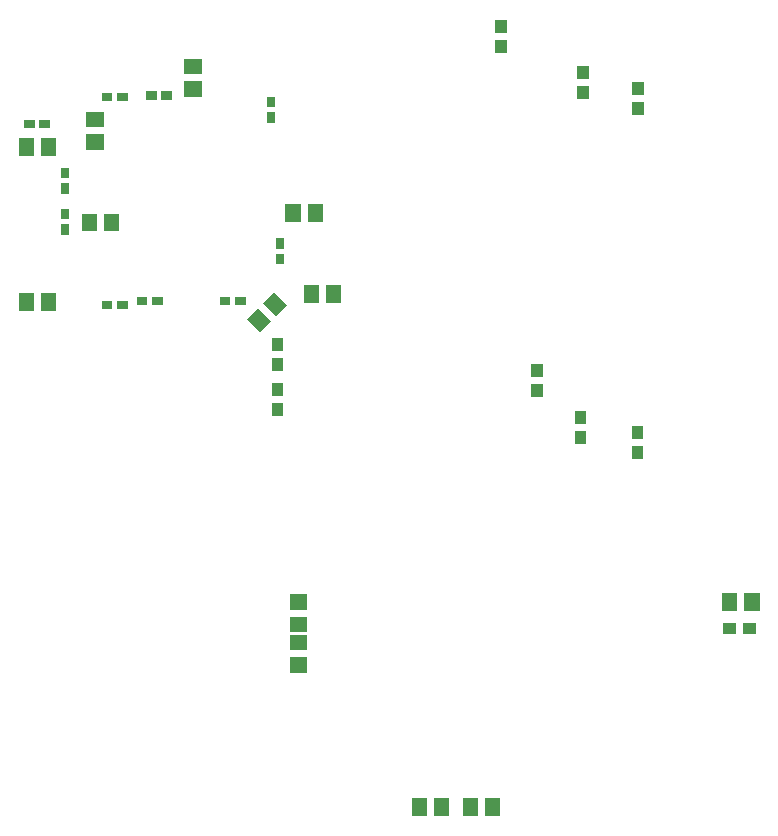
<source format=gbr>
G04 start of page 11 for group -4014 idx -4014 *
G04 Title: (unknown), bottompaste *
G04 Creator: pcb 20091103 *
G04 CreationDate: Mon 12 Dec 2011 01:01:08 AM GMT UTC *
G04 For: haunma *
G04 Format: Gerber/RS-274X *
G04 PCB-Dimensions: 360000 400000 *
G04 PCB-Coordinate-Origin: lower left *
%MOIN*%
%FSLAX25Y25*%
%LNBACKPASTE*%
%ADD11C,0.0200*%
%ADD52R,0.0512X0.0512*%
%ADD54R,0.0276X0.0276*%
%ADD56R,0.0394X0.0394*%
G54D52*X173107Y144340D02*X173893D01*
X173107Y136860D02*X173893D01*
X173107Y157940D02*X173893D01*
X173107Y150460D02*X173893D01*
X238240Y89893D02*Y89107D01*
X230760Y89893D02*Y89107D01*
X177760Y260893D02*Y260107D01*
X185240Y260893D02*Y260107D01*
G54D54*X114465Y326300D02*X115252D01*
X109348D02*X110135D01*
G54D52*X171700Y288000D02*Y287214D01*
X179180Y288000D02*Y287214D01*
G54D56*X241000Y350043D02*Y349649D01*
Y343351D02*Y342957D01*
X267500Y212951D02*Y212557D01*
Y219643D02*Y219249D01*
X286600Y322451D02*Y322057D01*
Y329143D02*Y328749D01*
X268400Y334543D02*Y334149D01*
Y327851D02*Y327457D01*
G54D52*X105307Y311260D02*X106093D01*
X105307Y318740D02*X106093D01*
G54D54*X95800Y287652D02*Y286865D01*
Y282535D02*Y281748D01*
X126065Y258200D02*X126852D01*
X120948D02*X121735D01*
X95800Y296235D02*Y295448D01*
Y301352D02*Y300565D01*
X164300Y319835D02*Y319048D01*
Y324952D02*Y324165D01*
X129165Y326700D02*X129952D01*
X124048D02*X124835D01*
X88565Y317163D02*X89352D01*
X83448D02*X84235D01*
X109348Y257000D02*X110135D01*
X114465D02*X115252D01*
G54D52*X111240Y284793D02*Y284007D01*
X103760Y284793D02*Y284007D01*
G54D56*X166500Y229043D02*Y228649D01*
Y222351D02*Y221957D01*
G54D52*X90240Y258393D02*Y257607D01*
X82760Y258393D02*Y257607D01*
G54D54*X148648Y258300D02*X149435D01*
X153765D02*X154552D01*
G54D56*X166500Y237351D02*Y236957D01*
Y244043D02*Y243649D01*
G54D11*G36*
X165366Y261042D02*X169540Y256867D01*
X165922Y253249D01*
X161747Y257423D01*
X165366Y261042D01*
G37*
G36*
X160077Y255753D02*X164251Y251578D01*
X160633Y247960D01*
X156458Y252134D01*
X160077Y255753D01*
G37*
G54D52*X317160Y158393D02*Y157607D01*
X324640Y158393D02*Y157607D01*
G54D56*X316957Y149100D02*X317351D01*
X323649D02*X324043D01*
X253000Y235243D02*Y234849D01*
Y228551D02*Y228157D01*
G54D52*X221240Y89893D02*Y89107D01*
X213760Y89893D02*Y89107D01*
G54D56*X286500Y214543D02*Y214149D01*
Y207851D02*Y207457D01*
G54D52*X90240Y309893D02*Y309107D01*
X82760Y309893D02*Y309107D01*
X137907Y328860D02*X138693D01*
X137907Y336340D02*X138693D01*
G54D54*X167400Y277752D02*Y276965D01*
Y272635D02*Y271848D01*
M02*

</source>
